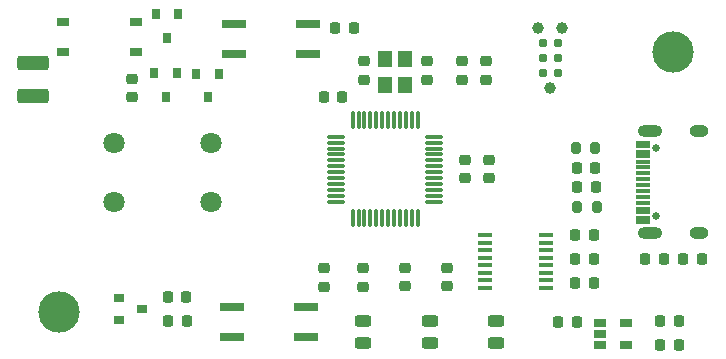
<source format=gts>
G04 #@! TF.GenerationSoftware,KiCad,Pcbnew,6.0.2+dfsg-1*
G04 #@! TF.CreationDate,2022-10-14T13:44:06+02:00*
G04 #@! TF.ProjectId,DALI_USB,44414c49-5f55-4534-922e-6b696361645f,rev?*
G04 #@! TF.SameCoordinates,Original*
G04 #@! TF.FileFunction,Soldermask,Top*
G04 #@! TF.FilePolarity,Negative*
%FSLAX46Y46*%
G04 Gerber Fmt 4.6, Leading zero omitted, Abs format (unit mm)*
G04 Created by KiCad (PCBNEW 6.0.2+dfsg-1) date 2022-10-14 13:44:06*
%MOMM*%
%LPD*%
G01*
G04 APERTURE LIST*
G04 Aperture macros list*
%AMRoundRect*
0 Rectangle with rounded corners*
0 $1 Rounding radius*
0 $2 $3 $4 $5 $6 $7 $8 $9 X,Y pos of 4 corners*
0 Add a 4 corners polygon primitive as box body*
4,1,4,$2,$3,$4,$5,$6,$7,$8,$9,$2,$3,0*
0 Add four circle primitives for the rounded corners*
1,1,$1+$1,$2,$3*
1,1,$1+$1,$4,$5*
1,1,$1+$1,$6,$7*
1,1,$1+$1,$8,$9*
0 Add four rect primitives between the rounded corners*
20,1,$1+$1,$2,$3,$4,$5,0*
20,1,$1+$1,$4,$5,$6,$7,0*
20,1,$1+$1,$6,$7,$8,$9,0*
20,1,$1+$1,$8,$9,$2,$3,0*%
G04 Aperture macros list end*
%ADD10RoundRect,0.218750X-0.218750X-0.256250X0.218750X-0.256250X0.218750X0.256250X-0.218750X0.256250X0*%
%ADD11RoundRect,0.218750X-0.256250X0.218750X-0.256250X-0.218750X0.256250X-0.218750X0.256250X0.218750X0*%
%ADD12RoundRect,0.218750X0.256250X-0.218750X0.256250X0.218750X-0.256250X0.218750X-0.256250X-0.218750X0*%
%ADD13RoundRect,0.218750X0.218750X0.256250X-0.218750X0.256250X-0.218750X-0.256250X0.218750X-0.256250X0*%
%ADD14R,0.800000X0.900000*%
%ADD15R,1.000000X0.800000*%
%ADD16R,1.060000X0.650000*%
%ADD17R,2.000000X0.640000*%
%ADD18R,1.200000X0.400000*%
%ADD19RoundRect,0.250000X-1.075000X0.375000X-1.075000X-0.375000X1.075000X-0.375000X1.075000X0.375000X0*%
%ADD20C,3.500000*%
%ADD21C,0.990600*%
%ADD22C,0.787400*%
%ADD23C,1.803400*%
%ADD24R,0.900000X0.800000*%
%ADD25R,1.200000X1.400000*%
%ADD26RoundRect,0.243750X0.456250X-0.243750X0.456250X0.243750X-0.456250X0.243750X-0.456250X-0.243750X0*%
%ADD27RoundRect,0.075000X-0.075000X0.662500X-0.075000X-0.662500X0.075000X-0.662500X0.075000X0.662500X0*%
%ADD28RoundRect,0.075000X-0.662500X0.075000X-0.662500X-0.075000X0.662500X-0.075000X0.662500X0.075000X0*%
%ADD29C,0.650000*%
%ADD30R,1.150000X0.300000*%
%ADD31O,1.600000X1.000000*%
%ADD32O,2.100000X1.000000*%
%ADD33RoundRect,0.200000X0.200000X0.275000X-0.200000X0.275000X-0.200000X-0.275000X0.200000X-0.275000X0*%
%ADD34RoundRect,0.200000X-0.200000X-0.275000X0.200000X-0.275000X0.200000X0.275000X-0.200000X0.275000X0*%
G04 APERTURE END LIST*
D10*
X144424400Y-86902193D03*
X145999400Y-86902193D03*
X144424400Y-84870193D03*
X145999400Y-84870193D03*
D11*
X129946400Y-71221400D03*
X129946400Y-72796400D03*
D12*
X124690400Y-64439900D03*
X124690400Y-62864900D03*
D11*
X119356400Y-62864900D03*
X119356400Y-64439900D03*
D13*
X117525900Y-65938400D03*
X115950900Y-65938400D03*
D12*
X129692400Y-64439900D03*
X129692400Y-62864900D03*
D10*
X137261400Y-77622400D03*
X138836400Y-77622400D03*
X137261400Y-79654400D03*
X138836400Y-79654400D03*
X146405400Y-79654400D03*
X147980400Y-79654400D03*
D14*
X101757400Y-58903400D03*
X102707400Y-60903400D03*
X103657400Y-58903400D03*
D15*
X100028400Y-62128400D03*
X100028400Y-59588400D03*
X93878400Y-59588400D03*
X93878400Y-62128400D03*
D10*
X143154400Y-79654400D03*
X144729400Y-79654400D03*
D12*
X119278400Y-81965900D03*
X119278400Y-80390900D03*
X122834400Y-81940400D03*
X122834400Y-80365400D03*
D13*
X118516400Y-60096400D03*
X116941400Y-60096400D03*
D11*
X99720400Y-64363400D03*
X99720400Y-65938400D03*
D10*
X137413900Y-73558400D03*
X138988900Y-73558400D03*
X137388400Y-71907400D03*
X138963400Y-71907400D03*
D16*
X139324244Y-85042355D03*
X139324244Y-85992355D03*
X139324244Y-86942355D03*
X141524244Y-86942355D03*
X141524244Y-85042355D03*
D17*
X108356400Y-59715400D03*
X108356400Y-62255400D03*
X114656400Y-62255400D03*
X114656400Y-59715400D03*
D18*
X129572400Y-77622400D03*
X129572400Y-78257400D03*
X129572400Y-78892400D03*
X129572400Y-79527400D03*
X129572400Y-80162400D03*
X129572400Y-80797400D03*
X129572400Y-81432400D03*
X129572400Y-82067400D03*
X134772400Y-82067400D03*
X134772400Y-81432400D03*
X134772400Y-80797400D03*
X134772400Y-80162400D03*
X134772400Y-79527400D03*
X134772400Y-78892400D03*
X134772400Y-78257400D03*
X134772400Y-77622400D03*
D19*
X91338400Y-63017400D03*
X91338400Y-65817400D03*
D14*
X103530400Y-63906400D03*
X101630400Y-63906400D03*
X102580400Y-65906400D03*
D20*
X93560400Y-84130400D03*
X145560400Y-62130400D03*
D21*
X136169400Y-60096400D03*
X135153400Y-65176400D03*
X134137400Y-60096400D03*
D22*
X135788400Y-63906400D03*
X134518400Y-63906400D03*
X135788400Y-62636400D03*
X134518400Y-62636400D03*
X135788400Y-61366400D03*
X134518400Y-61366400D03*
D12*
X126390400Y-81940400D03*
X126390400Y-80365400D03*
D11*
X127660400Y-62864900D03*
X127660400Y-64439900D03*
D10*
X137261400Y-81686400D03*
X138836400Y-81686400D03*
D13*
X137376244Y-84976355D03*
X135801244Y-84976355D03*
D11*
X127914400Y-71221400D03*
X127914400Y-72796400D03*
D14*
X105181400Y-63938400D03*
X106131400Y-65938400D03*
X107081400Y-63938400D03*
D12*
X115976400Y-81991400D03*
X115976400Y-80416400D03*
D17*
X114452400Y-86258400D03*
X114452400Y-83718400D03*
X108152400Y-83718400D03*
X108152400Y-86258400D03*
D23*
X106421600Y-69804403D03*
X98221601Y-69804403D03*
X106421600Y-74804403D03*
X98221601Y-74804403D03*
D24*
X98593400Y-82895400D03*
X98593400Y-84795400D03*
X100593400Y-83845400D03*
D13*
X104343400Y-84861400D03*
X102768400Y-84861400D03*
D10*
X102742900Y-82829400D03*
X104317900Y-82829400D03*
D25*
X122834400Y-64896900D03*
X122834400Y-62696900D03*
X121134400Y-62696900D03*
X121134400Y-64896900D03*
D26*
X124993400Y-86766400D03*
X124993400Y-84891400D03*
X119278400Y-86766400D03*
X119278400Y-84891400D03*
D27*
X123904900Y-67867900D03*
X123404900Y-67867900D03*
X122904900Y-67867900D03*
X122404900Y-67867900D03*
X121904900Y-67867900D03*
X121404900Y-67867900D03*
X120904900Y-67867900D03*
X120404900Y-67867900D03*
X119904900Y-67867900D03*
X119404900Y-67867900D03*
X118904900Y-67867900D03*
X118404900Y-67867900D03*
D28*
X116992400Y-69280400D03*
X116992400Y-69780400D03*
X116992400Y-70280400D03*
X116992400Y-70780400D03*
X116992400Y-71280400D03*
X116992400Y-71780400D03*
X116992400Y-72280400D03*
X116992400Y-72780400D03*
X116992400Y-73280400D03*
X116992400Y-73780400D03*
X116992400Y-74280400D03*
X116992400Y-74780400D03*
D27*
X118404900Y-76192900D03*
X118904900Y-76192900D03*
X119404900Y-76192900D03*
X119904900Y-76192900D03*
X120404900Y-76192900D03*
X120904900Y-76192900D03*
X121404900Y-76192900D03*
X121904900Y-76192900D03*
X122404900Y-76192900D03*
X122904900Y-76192900D03*
X123404900Y-76192900D03*
X123904900Y-76192900D03*
D28*
X125317400Y-74780400D03*
X125317400Y-74280400D03*
X125317400Y-73780400D03*
X125317400Y-73280400D03*
X125317400Y-72780400D03*
X125317400Y-72280400D03*
X125317400Y-71780400D03*
X125317400Y-71280400D03*
X125317400Y-70780400D03*
X125317400Y-70280400D03*
X125317400Y-69780400D03*
X125317400Y-69280400D03*
D29*
X144060400Y-70240400D03*
X144060400Y-76020400D03*
D30*
X142995400Y-76480400D03*
X142995400Y-75680400D03*
X142995400Y-74380400D03*
X142995400Y-73380400D03*
X142995400Y-72880400D03*
X142995400Y-71880400D03*
X142995400Y-70580400D03*
X142995400Y-69780400D03*
X142995400Y-70080400D03*
X142995400Y-70880400D03*
X142995400Y-71380400D03*
X142995400Y-72380400D03*
X142995400Y-73880400D03*
X142995400Y-74880400D03*
X142995400Y-75380400D03*
X142995400Y-76180400D03*
D31*
X147740400Y-77450400D03*
X147740400Y-68810400D03*
D32*
X143560400Y-68810400D03*
X143560400Y-77450400D03*
D26*
X130581400Y-86736400D03*
X130581400Y-84861400D03*
D33*
X139090400Y-75209400D03*
X137440400Y-75209400D03*
D34*
X137313400Y-70256400D03*
X138963400Y-70256400D03*
M02*

</source>
